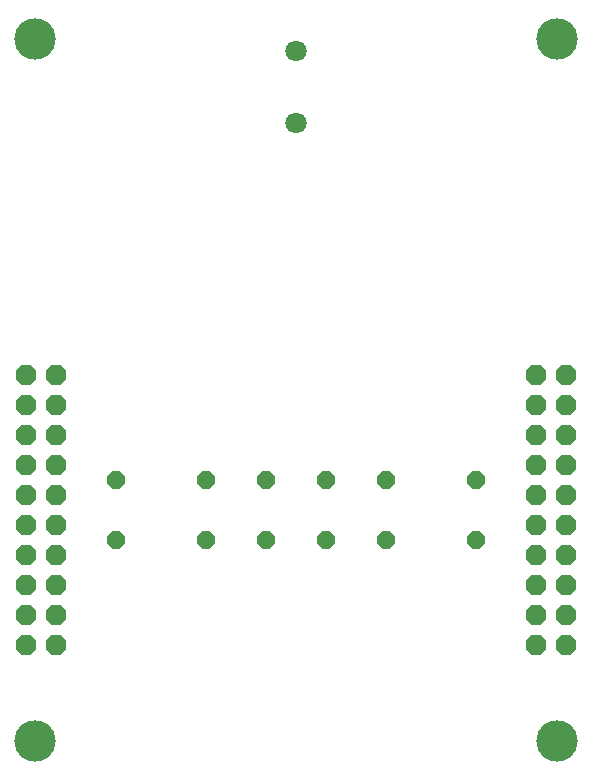
<source format=gbs>
G75*
G70*
%OFA0B0*%
%FSLAX24Y24*%
%IPPOS*%
%LPD*%
%AMOC8*
5,1,8,0,0,1.08239X$1,22.5*
%
%ADD10OC8,0.0600*%
%ADD11C,0.1380*%
%ADD12OC8,0.0674*%
%ADD13C,0.0710*%
D10*
X004150Y008150D03*
X004150Y010150D03*
X007150Y010150D03*
X007150Y008150D03*
X009150Y008150D03*
X009150Y010150D03*
X011150Y010150D03*
X011150Y008150D03*
X013150Y008150D03*
X013150Y010150D03*
X016150Y010150D03*
X016150Y008150D03*
D11*
X001450Y001450D03*
X018850Y001450D03*
X018850Y024850D03*
X001450Y024850D03*
D12*
X001150Y013650D03*
X001150Y012650D03*
X001150Y011650D03*
X001150Y010650D03*
X001150Y009650D03*
X001150Y008650D03*
X001150Y007650D03*
X001150Y006650D03*
X001150Y005650D03*
X001150Y004650D03*
X002150Y004650D03*
X002150Y005650D03*
X002150Y006650D03*
X002150Y007650D03*
X002150Y008650D03*
X002150Y009650D03*
X002150Y010650D03*
X002150Y011650D03*
X002150Y012650D03*
X002150Y013650D03*
X018150Y013650D03*
X018150Y012650D03*
X018150Y011650D03*
X018150Y010650D03*
X018150Y009650D03*
X018150Y008650D03*
X018150Y007650D03*
X018150Y006650D03*
X018150Y005650D03*
X018150Y004650D03*
X019150Y004650D03*
X019150Y005650D03*
X019150Y006650D03*
X019150Y007650D03*
X019150Y008650D03*
X019150Y009650D03*
X019150Y010650D03*
X019150Y011650D03*
X019150Y012650D03*
X019150Y013650D03*
D13*
X010150Y022050D03*
X010150Y024450D03*
M02*

</source>
